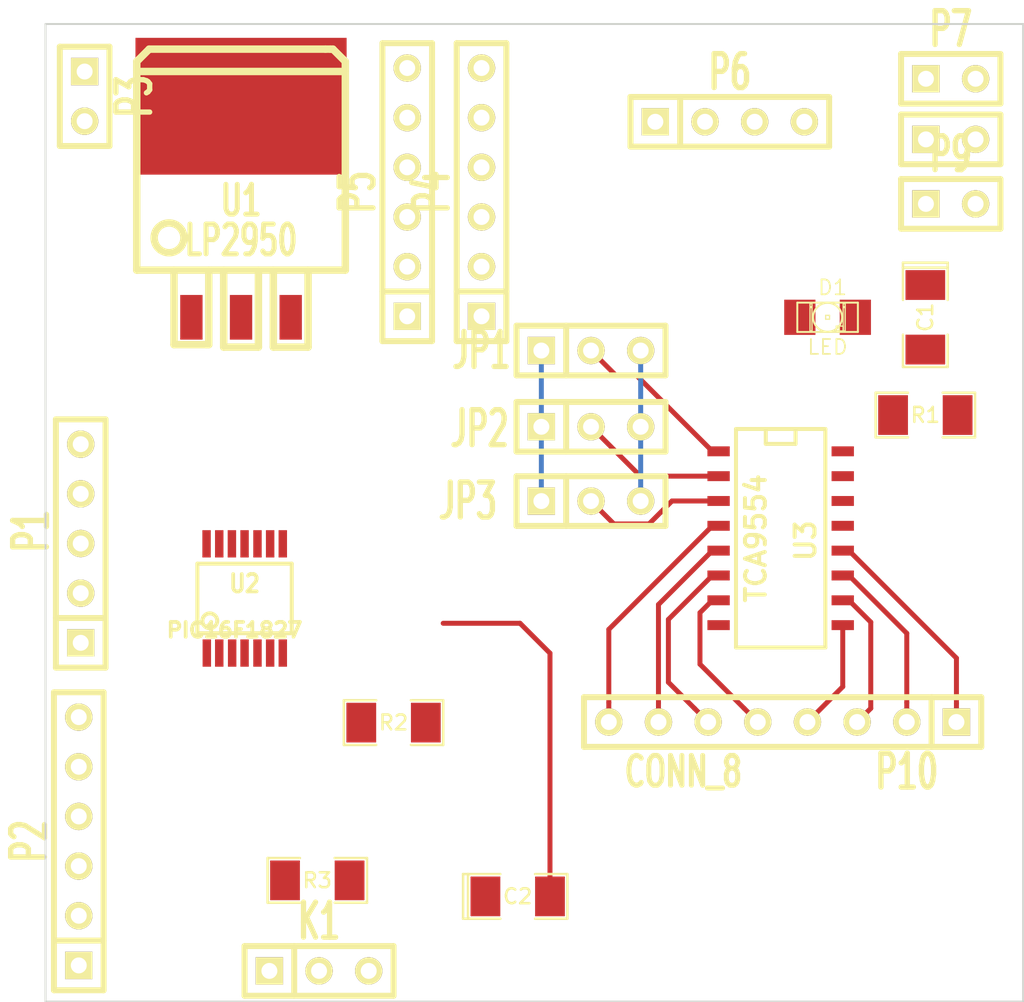
<source format=kicad_pcb>
(kicad_pcb (version 4) (host pcbnew "(2014-08-24 BZR 5094)-product")

  (general
    (links 66)
    (no_connects 58)
    (area 154.254172 88.337982 210.050001 140.106401)
    (thickness 1.6)
    (drawings 4)
    (tracks 54)
    (zones 0)
    (modules 23)
    (nets 31)
  )

  (page A3)
  (layers
    (0 F.Cu signal)
    (31 B.Cu signal)
    (32 B.Adhes user)
    (33 F.Adhes user)
    (34 B.Paste user)
    (35 F.Paste user)
    (36 B.SilkS user)
    (37 F.SilkS user)
    (38 B.Mask user)
    (39 F.Mask user)
    (40 Dwgs.User user)
    (41 Cmts.User user)
    (42 Eco1.User user)
    (43 Eco2.User user)
    (44 Edge.Cuts user)
  )

  (setup
    (last_trace_width 0.254)
    (trace_clearance 0.254)
    (zone_clearance 0.508)
    (zone_45_only no)
    (trace_min 0.254)
    (segment_width 0.2)
    (edge_width 0.1)
    (via_size 0.889)
    (via_drill 0.635)
    (via_min_size 0.889)
    (via_min_drill 0.508)
    (uvia_size 0.508)
    (uvia_drill 0.127)
    (uvias_allowed no)
    (uvia_min_size 0.508)
    (uvia_min_drill 0.127)
    (pcb_text_width 0.3)
    (pcb_text_size 1.5 1.5)
    (mod_edge_width 0.15)
    (mod_text_size 1 1)
    (mod_text_width 0.15)
    (pad_size 1.5 1.5)
    (pad_drill 0.6)
    (pad_to_mask_clearance 0)
    (aux_axis_origin 0 0)
    (visible_elements 7FFFFFBF)
    (pcbplotparams
      (layerselection 0x00030_80000001)
      (usegerberextensions true)
      (excludeedgelayer true)
      (linewidth 0.150000)
      (plotframeref false)
      (viasonmask false)
      (mode 1)
      (useauxorigin false)
      (hpglpennumber 1)
      (hpglpenspeed 20)
      (hpglpendiameter 15)
      (hpglpenoverlay 2)
      (psnegative false)
      (psa4output false)
      (plotreference true)
      (plotvalue true)
      (plotinvisibletext false)
      (padsonsilk false)
      (subtractmaskfromsilk false)
      (outputformat 1)
      (mirror false)
      (drillshape 1)
      (scaleselection 1)
      (outputdirectory ""))
  )

  (net 0 "")
  (net 1 +3.3V)
  (net 2 /A0)
  (net 3 /A1)
  (net 4 /A2)
  (net 5 /BLINK)
  (net 6 /I2C_CLK)
  (net 7 /I2C_DAT)
  (net 8 /MCLR)
  (net 9 /P0)
  (net 10 /P1)
  (net 11 /P2)
  (net 12 /P3)
  (net 13 /P4)
  (net 14 /P5)
  (net 15 /P6)
  (net 16 /P7)
  (net 17 /PGC)
  (net 18 /PGD)
  (net 19 /RA6)
  (net 20 /RA7)
  (net 21 /RXD)
  (net 22 /TXD)
  (net 23 GND)
  (net 24 N-0000010)
  (net 25 N-0000022)
  (net 26 N-0000025)
  (net 27 N-0000030)
  (net 28 N-000004)
  (net 29 N-000005)
  (net 30 VDD)

  (net_class Default "This is the default net class."
    (clearance 0.254)
    (trace_width 0.254)
    (via_dia 0.889)
    (via_drill 0.635)
    (uvia_dia 0.508)
    (uvia_drill 0.127)
    (add_net +3.3V)
    (add_net /A0)
    (add_net /A1)
    (add_net /A2)
    (add_net /BLINK)
    (add_net /I2C_CLK)
    (add_net /I2C_DAT)
    (add_net /MCLR)
    (add_net /P0)
    (add_net /P1)
    (add_net /P2)
    (add_net /P3)
    (add_net /P4)
    (add_net /P5)
    (add_net /P6)
    (add_net /P7)
    (add_net /PGC)
    (add_net /PGD)
    (add_net /RA6)
    (add_net /RA7)
    (add_net /RXD)
    (add_net /TXD)
    (add_net GND)
    (add_net N-0000010)
    (add_net N-0000022)
    (add_net N-0000025)
    (add_net N-0000030)
    (add_net N-000004)
    (add_net N-000005)
    (add_net VDD)
  )

  (module TO263 (layer F.Cu) (tedit 4FBE28C7) (tstamp 5337A4F2)
    (at 170 105)
    (path /52C75FC3)
    (attr smd)
    (fp_text reference U1 (at 0 -5.969) (layer F.SilkS)
      (effects (font (size 1.524 1.016) (thickness 0.254)))
    )
    (fp_text value LP2950 (at 0 -3.937) (layer F.SilkS)
      (effects (font (size 1.524 1.016) (thickness 0.254)))
    )
    (fp_line (start 1.651 -2.413) (end 1.651 1.524) (layer F.SilkS) (width 0.381))
    (fp_line (start 1.651 1.524) (end 3.429 1.524) (layer F.SilkS) (width 0.381))
    (fp_line (start 3.429 1.524) (end 3.429 -2.413) (layer F.SilkS) (width 0.381))
    (fp_line (start -0.889 -2.413) (end -0.889 1.524) (layer F.SilkS) (width 0.381))
    (fp_line (start -0.889 1.524) (end 0.889 1.524) (layer F.SilkS) (width 0.381))
    (fp_line (start 0.889 1.524) (end 0.889 -2.413) (layer F.SilkS) (width 0.381))
    (fp_line (start -3.429 -2.413) (end -3.429 1.397) (layer F.SilkS) (width 0.381))
    (fp_line (start -3.429 1.397) (end -1.778 1.397) (layer F.SilkS) (width 0.381))
    (fp_line (start -1.778 1.397) (end -1.651 1.397) (layer F.SilkS) (width 0.381))
    (fp_line (start -1.651 1.397) (end -1.651 -2.413) (layer F.SilkS) (width 0.381))
    (fp_circle (center -3.683 -4.064) (end -3.683 -3.302) (layer F.SilkS) (width 0.381))
    (fp_line (start -5.334 -2.413) (end -5.334 -13.081) (layer F.SilkS) (width 0.381))
    (fp_line (start -5.334 -13.081) (end -4.699 -13.716) (layer F.SilkS) (width 0.381))
    (fp_line (start -4.699 -13.716) (end 4.318 -13.716) (layer F.SilkS) (width 0.381))
    (fp_line (start 4.318 -13.716) (end 4.572 -13.716) (layer F.SilkS) (width 0.381))
    (fp_line (start 4.572 -13.716) (end 4.699 -13.716) (layer F.SilkS) (width 0.381))
    (fp_line (start 4.699 -13.716) (end 5.334 -13.081) (layer F.SilkS) (width 0.381))
    (fp_line (start 5.334 -13.081) (end 5.334 -2.413) (layer F.SilkS) (width 0.381))
    (fp_line (start -5.334 -2.413) (end 5.334 -2.413) (layer F.SilkS) (width 0.381))
    (fp_line (start 5.334 -12.573) (end -5.334 -12.573) (layer F.SilkS) (width 0.381))
    (pad 1 smd rect (at -2.54 0) (size 1.143 2.286) (layers F.Cu F.Paste F.Mask)
      (net 1 +3.3V))
    (pad 2 smd rect (at 0 -10.795) (size 10.80008 6.9977) (layers F.Cu F.Paste F.Mask)
      (net 23 GND))
    (pad 3 smd rect (at 2.54 0) (size 1.143 2.286) (layers F.Cu F.Paste F.Mask)
      (net 30 VDD))
    (pad 2 smd rect (at 0 0) (size 1.143 2.286) (layers F.Cu F.Paste F.Mask)
      (net 23 GND))
  )

  (module SSOP14 (layer F.Cu) (tedit 53FA1547) (tstamp 5337A509)
    (at 170.18 119.38)
    (path /52C75412)
    (attr smd)
    (fp_text reference U2 (at 0 -0.762) (layer F.SilkS)
      (effects (font (size 0.889 0.762) (thickness 0.1905)))
    )
    (fp_text value PIC16F1827 (at -0.51 1.62) (layer F.SilkS)
      (effects (font (size 0.762 0.762) (thickness 0.1905)))
    )
    (fp_line (start -2.413 -1.778) (end 2.413 -1.778) (layer F.SilkS) (width 0.2032))
    (fp_line (start 2.413 -1.778) (end 2.413 1.778) (layer F.SilkS) (width 0.2032))
    (fp_line (start 2.413 1.778) (end -2.413 1.778) (layer F.SilkS) (width 0.2032))
    (fp_line (start -2.413 1.778) (end -2.413 -1.778) (layer F.SilkS) (width 0.2032))
    (fp_circle (center -1.778 1.143) (end -2.159 1.143) (layer F.SilkS) (width 0.2032))
    (pad 1 smd rect (at -1.9304 2.794) (size 0.4318 1.397) (layers F.Cu F.Paste F.Mask)
      (net 24 N-0000010))
    (pad 2 smd rect (at -1.2954 2.794) (size 0.4318 1.397) (layers F.Cu F.Paste F.Mask)
      (net 25 N-0000022))
    (pad 3 smd rect (at -0.635 2.794) (size 0.4318 1.397) (layers F.Cu F.Paste F.Mask)
      (net 27 N-0000030))
    (pad 4 smd rect (at 0 2.794) (size 0.4318 1.397) (layers F.Cu F.Paste F.Mask)
      (net 8 /MCLR))
    (pad 5 smd rect (at 0.6604 2.794) (size 0.4318 1.397) (layers F.Cu F.Paste F.Mask)
      (net 23 GND))
    (pad 6 smd rect (at 1.3081 2.794) (size 0.4318 1.397) (layers F.Cu F.Paste F.Mask))
    (pad 7 smd rect (at 1.9558 2.794) (size 0.4318 1.397) (layers F.Cu F.Paste F.Mask)
      (net 7 /I2C_DAT))
    (pad 8 smd rect (at 1.9558 -2.794) (size 0.4318 1.397) (layers F.Cu F.Paste F.Mask)
      (net 22 /TXD))
    (pad 9 smd rect (at 1.3081 -2.794) (size 0.4318 1.397) (layers F.Cu F.Paste F.Mask)
      (net 5 /BLINK))
    (pad 10 smd rect (at 0.6604 -2.794) (size 0.4318 1.397) (layers F.Cu F.Paste F.Mask)
      (net 6 /I2C_CLK))
    (pad 11 smd rect (at 0 -2.794) (size 0.4318 1.397) (layers F.Cu F.Paste F.Mask)
      (net 21 /RXD))
    (pad 12 smd rect (at -0.6477 -2.794) (size 0.4318 1.397) (layers F.Cu F.Paste F.Mask)
      (net 17 /PGC))
    (pad 13 smd rect (at -1.2954 -2.794) (size 0.4318 1.397) (layers F.Cu F.Paste F.Mask)
      (net 18 /PGD))
    (pad 14 smd rect (at -1.9431 -2.794) (size 0.4318 1.397) (layers F.Cu F.Paste F.Mask)
      (net 1 +3.3V))
    (model smd/cms_so14.wrl
      (at (xyz 0 0 0))
      (scale (xyz 0.25 0.35 0.25))
      (rotate (xyz 0 0 0))
    )
  )

  (module SO16N (layer F.Cu) (tedit 200000) (tstamp 5337A524)
    (at 197.6 116.3 270)
    (descr "Module CMS SOJ 16 pins large")
    (tags "CMS SOJ")
    (path /53379407)
    (attr smd)
    (fp_text reference U3 (at 0.127 -1.27 270) (layer F.SilkS)
      (effects (font (size 1.016 1.016) (thickness 0.2032)))
    )
    (fp_text value TCA9554 (at 0 1.27 270) (layer F.SilkS)
      (effects (font (size 1.016 1.016) (thickness 0.2032)))
    )
    (fp_line (start -5.588 -0.762) (end -4.826 -0.762) (layer F.SilkS) (width 0.2032))
    (fp_line (start -4.826 -0.762) (end -4.826 0.762) (layer F.SilkS) (width 0.2032))
    (fp_line (start -4.826 0.762) (end -5.588 0.762) (layer F.SilkS) (width 0.2032))
    (fp_line (start 5.588 -2.286) (end 5.588 2.286) (layer F.SilkS) (width 0.2032))
    (fp_line (start 5.588 2.286) (end -5.588 2.286) (layer F.SilkS) (width 0.2032))
    (fp_line (start -5.588 2.286) (end -5.588 -2.286) (layer F.SilkS) (width 0.2032))
    (fp_line (start -5.588 -2.286) (end 5.588 -2.286) (layer F.SilkS) (width 0.2032))
    (pad 16 smd rect (at -4.445 -3.175 270) (size 0.508 1.143) (layers F.Cu F.Paste F.Mask)
      (net 1 +3.3V))
    (pad 14 smd rect (at -1.905 -3.175 270) (size 0.508 1.143) (layers F.Cu F.Paste F.Mask)
      (net 6 /I2C_CLK))
    (pad 13 smd rect (at -0.635 -3.175 270) (size 0.508 1.143) (layers F.Cu F.Paste F.Mask))
    (pad 12 smd rect (at 0.635 -3.175 270) (size 0.508 1.143) (layers F.Cu F.Paste F.Mask)
      (net 16 /P7))
    (pad 11 smd rect (at 1.905 -3.175 270) (size 0.508 1.143) (layers F.Cu F.Paste F.Mask)
      (net 15 /P6))
    (pad 10 smd rect (at 3.175 -3.175 270) (size 0.508 1.143) (layers F.Cu F.Paste F.Mask)
      (net 14 /P5))
    (pad 9 smd rect (at 4.445 -3.175 270) (size 0.508 1.143) (layers F.Cu F.Paste F.Mask)
      (net 13 /P4))
    (pad 8 smd rect (at 4.445 3.175 270) (size 0.508 1.143) (layers F.Cu F.Paste F.Mask)
      (net 23 GND))
    (pad 7 smd rect (at 3.175 3.175 270) (size 0.508 1.143) (layers F.Cu F.Paste F.Mask)
      (net 12 /P3))
    (pad 6 smd rect (at 1.905 3.175 270) (size 0.508 1.143) (layers F.Cu F.Paste F.Mask)
      (net 11 /P2))
    (pad 5 smd rect (at 0.635 3.175 270) (size 0.508 1.143) (layers F.Cu F.Paste F.Mask)
      (net 10 /P1))
    (pad 4 smd rect (at -0.635 3.175 270) (size 0.508 1.143) (layers F.Cu F.Paste F.Mask)
      (net 9 /P0))
    (pad 3 smd rect (at -1.905 3.175 270) (size 0.508 1.143) (layers F.Cu F.Paste F.Mask)
      (net 4 /A2))
    (pad 2 smd rect (at -3.175 3.175 270) (size 0.508 1.143) (layers F.Cu F.Paste F.Mask)
      (net 3 /A1))
    (pad 1 smd rect (at -4.445 3.175 270) (size 0.508 1.143) (layers F.Cu F.Paste F.Mask)
      (net 2 /A0))
    (pad 15 smd rect (at -3.175 -3.175 270) (size 0.508 1.143) (layers F.Cu F.Paste F.Mask)
      (net 7 /I2C_DAT))
    (model smd/cms_so16.wrl
      (at (xyz 0 0 0))
      (scale (xyz 0.5 0.4 0.5))
      (rotate (xyz 0 0 0))
    )
  )

  (module SM1206POL (layer F.Cu) (tedit 42806E4C) (tstamp 5337AAB3)
    (at 205 105 270)
    (path /53379E61)
    (attr smd)
    (fp_text reference C1 (at 0 0 270) (layer F.SilkS)
      (effects (font (size 0.762 0.762) (thickness 0.127)))
    )
    (fp_text value 1uF (at 0 0 270) (layer F.SilkS) hide
      (effects (font (size 0.762 0.762) (thickness 0.127)))
    )
    (fp_line (start -2.54 -1.143) (end -2.794 -1.143) (layer F.SilkS) (width 0.127))
    (fp_line (start -2.794 -1.143) (end -2.794 1.143) (layer F.SilkS) (width 0.127))
    (fp_line (start -2.794 1.143) (end -2.54 1.143) (layer F.SilkS) (width 0.127))
    (fp_line (start -2.54 -1.143) (end -2.54 1.143) (layer F.SilkS) (width 0.127))
    (fp_line (start -2.54 1.143) (end -0.889 1.143) (layer F.SilkS) (width 0.127))
    (fp_line (start 0.889 -1.143) (end 2.54 -1.143) (layer F.SilkS) (width 0.127))
    (fp_line (start 2.54 -1.143) (end 2.54 1.143) (layer F.SilkS) (width 0.127))
    (fp_line (start 2.54 1.143) (end 0.889 1.143) (layer F.SilkS) (width 0.127))
    (fp_line (start -0.889 -1.143) (end -2.54 -1.143) (layer F.SilkS) (width 0.127))
    (pad 1 smd rect (at -1.651 0 270) (size 1.524 2.032) (layers F.Cu F.Paste F.Mask)
      (net 30 VDD))
    (pad 2 smd rect (at 1.651 0 270) (size 1.524 2.032) (layers F.Cu F.Paste F.Mask)
      (net 23 GND))
    (model smd/chip_cms_pol.wrl
      (at (xyz 0 0 0))
      (scale (xyz 0.17 0.16 0.16))
      (rotate (xyz 0 0 0))
    )
  )

  (module SM1206POL (layer F.Cu) (tedit 42806E4C) (tstamp 5337A542)
    (at 184.15 134.62)
    (path /52C76027)
    (attr smd)
    (fp_text reference C2 (at 0 0) (layer F.SilkS)
      (effects (font (size 0.762 0.762) (thickness 0.127)))
    )
    (fp_text value 4.7uF (at 0 0) (layer F.SilkS) hide
      (effects (font (size 0.762 0.762) (thickness 0.127)))
    )
    (fp_line (start -2.54 -1.143) (end -2.794 -1.143) (layer F.SilkS) (width 0.127))
    (fp_line (start -2.794 -1.143) (end -2.794 1.143) (layer F.SilkS) (width 0.127))
    (fp_line (start -2.794 1.143) (end -2.54 1.143) (layer F.SilkS) (width 0.127))
    (fp_line (start -2.54 -1.143) (end -2.54 1.143) (layer F.SilkS) (width 0.127))
    (fp_line (start -2.54 1.143) (end -0.889 1.143) (layer F.SilkS) (width 0.127))
    (fp_line (start 0.889 -1.143) (end 2.54 -1.143) (layer F.SilkS) (width 0.127))
    (fp_line (start 2.54 -1.143) (end 2.54 1.143) (layer F.SilkS) (width 0.127))
    (fp_line (start 2.54 1.143) (end 0.889 1.143) (layer F.SilkS) (width 0.127))
    (fp_line (start -0.889 -1.143) (end -2.54 -1.143) (layer F.SilkS) (width 0.127))
    (pad 1 smd rect (at -1.651 0) (size 1.524 2.032) (layers F.Cu F.Paste F.Mask)
      (net 1 +3.3V))
    (pad 2 smd rect (at 1.651 0) (size 1.524 2.032) (layers F.Cu F.Paste F.Mask)
      (net 23 GND))
    (model smd/chip_cms_pol.wrl
      (at (xyz 0 0 0))
      (scale (xyz 0.17 0.16 0.16))
      (rotate (xyz 0 0 0))
    )
  )

  (module SM1206 (layer F.Cu) (tedit 42806E24) (tstamp 5337A54E)
    (at 205 110)
    (path /52C75A04)
    (attr smd)
    (fp_text reference R1 (at 0 0) (layer F.SilkS)
      (effects (font (size 0.762 0.762) (thickness 0.127)))
    )
    (fp_text value 330 (at 0 0) (layer F.SilkS) hide
      (effects (font (size 0.762 0.762) (thickness 0.127)))
    )
    (fp_line (start -2.54 -1.143) (end -2.54 1.143) (layer F.SilkS) (width 0.127))
    (fp_line (start -2.54 1.143) (end -0.889 1.143) (layer F.SilkS) (width 0.127))
    (fp_line (start 0.889 -1.143) (end 2.54 -1.143) (layer F.SilkS) (width 0.127))
    (fp_line (start 2.54 -1.143) (end 2.54 1.143) (layer F.SilkS) (width 0.127))
    (fp_line (start 2.54 1.143) (end 0.889 1.143) (layer F.SilkS) (width 0.127))
    (fp_line (start -0.889 -1.143) (end -2.54 -1.143) (layer F.SilkS) (width 0.127))
    (pad 1 smd rect (at -1.651 0) (size 1.524 2.032) (layers F.Cu F.Paste F.Mask)
      (net 5 /BLINK))
    (pad 2 smd rect (at 1.651 0) (size 1.524 2.032) (layers F.Cu F.Paste F.Mask)
      (net 26 N-0000025))
    (model smd/chip_cms.wrl
      (at (xyz 0 0 0))
      (scale (xyz 0.17 0.16 0.16))
      (rotate (xyz 0 0 0))
    )
  )

  (module SM1206 (layer F.Cu) (tedit 42806E24) (tstamp 5337A55A)
    (at 177.8 125.73)
    (path /52C757D7)
    (attr smd)
    (fp_text reference R2 (at 0 0) (layer F.SilkS)
      (effects (font (size 0.762 0.762) (thickness 0.127)))
    )
    (fp_text value 4.7K (at 0 0) (layer F.SilkS) hide
      (effects (font (size 0.762 0.762) (thickness 0.127)))
    )
    (fp_line (start -2.54 -1.143) (end -2.54 1.143) (layer F.SilkS) (width 0.127))
    (fp_line (start -2.54 1.143) (end -0.889 1.143) (layer F.SilkS) (width 0.127))
    (fp_line (start 0.889 -1.143) (end 2.54 -1.143) (layer F.SilkS) (width 0.127))
    (fp_line (start 2.54 -1.143) (end 2.54 1.143) (layer F.SilkS) (width 0.127))
    (fp_line (start 2.54 1.143) (end 0.889 1.143) (layer F.SilkS) (width 0.127))
    (fp_line (start -0.889 -1.143) (end -2.54 -1.143) (layer F.SilkS) (width 0.127))
    (pad 1 smd rect (at -1.651 0) (size 1.524 2.032) (layers F.Cu F.Paste F.Mask)
      (net 1 +3.3V))
    (pad 2 smd rect (at 1.651 0) (size 1.524 2.032) (layers F.Cu F.Paste F.Mask)
      (net 6 /I2C_CLK))
    (model smd/chip_cms.wrl
      (at (xyz 0 0 0))
      (scale (xyz 0.17 0.16 0.16))
      (rotate (xyz 0 0 0))
    )
  )

  (module SM1206 (layer F.Cu) (tedit 42806E24) (tstamp 5337A566)
    (at 173.9 133.8)
    (path /52C757E8)
    (attr smd)
    (fp_text reference R3 (at 0 0) (layer F.SilkS)
      (effects (font (size 0.762 0.762) (thickness 0.127)))
    )
    (fp_text value 4.7K (at 0 0) (layer F.SilkS) hide
      (effects (font (size 0.762 0.762) (thickness 0.127)))
    )
    (fp_line (start -2.54 -1.143) (end -2.54 1.143) (layer F.SilkS) (width 0.127))
    (fp_line (start -2.54 1.143) (end -0.889 1.143) (layer F.SilkS) (width 0.127))
    (fp_line (start 0.889 -1.143) (end 2.54 -1.143) (layer F.SilkS) (width 0.127))
    (fp_line (start 2.54 -1.143) (end 2.54 1.143) (layer F.SilkS) (width 0.127))
    (fp_line (start 2.54 1.143) (end 0.889 1.143) (layer F.SilkS) (width 0.127))
    (fp_line (start -0.889 -1.143) (end -2.54 -1.143) (layer F.SilkS) (width 0.127))
    (pad 1 smd rect (at -1.651 0) (size 1.524 2.032) (layers F.Cu F.Paste F.Mask)
      (net 1 +3.3V))
    (pad 2 smd rect (at 1.651 0) (size 1.524 2.032) (layers F.Cu F.Paste F.Mask)
      (net 7 /I2C_DAT))
    (model smd/chip_cms.wrl
      (at (xyz 0 0 0))
      (scale (xyz 0.17 0.16 0.16))
      (rotate (xyz 0 0 0))
    )
  )

  (module SIL-8 (layer F.Cu) (tedit 200000) (tstamp 5337A577)
    (at 197.7 125.7 180)
    (descr "Connecteur 8 pins")
    (tags "CONN DEV")
    (path /53379C0B)
    (fp_text reference P10 (at -6.35 -2.54 180) (layer F.SilkS)
      (effects (font (size 1.72974 1.08712) (thickness 0.3048)))
    )
    (fp_text value CONN_8 (at 5.08 -2.54 180) (layer F.SilkS)
      (effects (font (size 1.524 1.016) (thickness 0.3048)))
    )
    (fp_line (start -10.16 -1.27) (end 10.16 -1.27) (layer F.SilkS) (width 0.3048))
    (fp_line (start 10.16 -1.27) (end 10.16 1.27) (layer F.SilkS) (width 0.3048))
    (fp_line (start 10.16 1.27) (end -10.16 1.27) (layer F.SilkS) (width 0.3048))
    (fp_line (start -10.16 1.27) (end -10.16 -1.27) (layer F.SilkS) (width 0.3048))
    (fp_line (start -7.62 1.27) (end -7.62 -1.27) (layer F.SilkS) (width 0.3048))
    (pad 1 thru_hole rect (at -8.89 0 180) (size 1.397 1.397) (drill 0.8128) (layers *.Cu *.Mask F.SilkS)
      (net 16 /P7))
    (pad 2 thru_hole circle (at -6.35 0 180) (size 1.397 1.397) (drill 0.8128) (layers *.Cu *.Mask F.SilkS)
      (net 15 /P6))
    (pad 3 thru_hole circle (at -3.81 0 180) (size 1.397 1.397) (drill 0.8128) (layers *.Cu *.Mask F.SilkS)
      (net 14 /P5))
    (pad 4 thru_hole circle (at -1.27 0 180) (size 1.397 1.397) (drill 0.8128) (layers *.Cu *.Mask F.SilkS)
      (net 13 /P4))
    (pad 5 thru_hole circle (at 1.27 0 180) (size 1.397 1.397) (drill 0.8128) (layers *.Cu *.Mask F.SilkS)
      (net 12 /P3))
    (pad 6 thru_hole circle (at 3.81 0 180) (size 1.397 1.397) (drill 0.8128) (layers *.Cu *.Mask F.SilkS)
      (net 11 /P2))
    (pad 7 thru_hole circle (at 6.35 0 180) (size 1.397 1.397) (drill 0.8128) (layers *.Cu *.Mask F.SilkS)
      (net 10 /P1))
    (pad 8 thru_hole circle (at 8.89 0 180) (size 1.397 1.397) (drill 0.8128) (layers *.Cu *.Mask F.SilkS)
      (net 9 /P0))
  )

  (module SIL-6 (layer F.Cu) (tedit 200000) (tstamp 5337A586)
    (at 182.3 98.6 90)
    (descr "Connecteur 6 pins")
    (tags "CONN DEV")
    (path /52C777FC)
    (fp_text reference P4 (at 0 -2.54 90) (layer F.SilkS)
      (effects (font (size 1.72974 1.08712) (thickness 0.3048)))
    )
    (fp_text value CONN_6 (at 0 -2.54 90) (layer F.SilkS) hide
      (effects (font (size 1.524 1.016) (thickness 0.3048)))
    )
    (fp_line (start -7.62 1.27) (end -7.62 -1.27) (layer F.SilkS) (width 0.3048))
    (fp_line (start -7.62 -1.27) (end 7.62 -1.27) (layer F.SilkS) (width 0.3048))
    (fp_line (start 7.62 -1.27) (end 7.62 1.27) (layer F.SilkS) (width 0.3048))
    (fp_line (start 7.62 1.27) (end -7.62 1.27) (layer F.SilkS) (width 0.3048))
    (fp_line (start -5.08 1.27) (end -5.08 -1.27) (layer F.SilkS) (width 0.3048))
    (pad 1 thru_hole rect (at -6.35 0 90) (size 1.397 1.397) (drill 0.8128) (layers *.Cu *.Mask F.SilkS)
      (net 1 +3.3V))
    (pad 2 thru_hole circle (at -3.81 0 90) (size 1.397 1.397) (drill 0.8128) (layers *.Cu *.Mask F.SilkS)
      (net 1 +3.3V))
    (pad 3 thru_hole circle (at -1.27 0 90) (size 1.397 1.397) (drill 0.8128) (layers *.Cu *.Mask F.SilkS)
      (net 1 +3.3V))
    (pad 4 thru_hole circle (at 1.27 0 90) (size 1.397 1.397) (drill 0.8128) (layers *.Cu *.Mask F.SilkS)
      (net 1 +3.3V))
    (pad 5 thru_hole circle (at 3.81 0 90) (size 1.397 1.397) (drill 0.8128) (layers *.Cu *.Mask F.SilkS)
      (net 1 +3.3V))
    (pad 6 thru_hole circle (at 6.35 0 90) (size 1.397 1.397) (drill 0.8128) (layers *.Cu *.Mask F.SilkS)
      (net 1 +3.3V))
  )

  (module SIL-6 (layer F.Cu) (tedit 200000) (tstamp 5337A595)
    (at 178.5 98.6 90)
    (descr "Connecteur 6 pins")
    (tags "CONN DEV")
    (path /52C7780B)
    (fp_text reference P5 (at 0 -2.54 90) (layer F.SilkS)
      (effects (font (size 1.72974 1.08712) (thickness 0.3048)))
    )
    (fp_text value CONN_6 (at 0 -2.54 90) (layer F.SilkS) hide
      (effects (font (size 1.524 1.016) (thickness 0.3048)))
    )
    (fp_line (start -7.62 1.27) (end -7.62 -1.27) (layer F.SilkS) (width 0.3048))
    (fp_line (start -7.62 -1.27) (end 7.62 -1.27) (layer F.SilkS) (width 0.3048))
    (fp_line (start 7.62 -1.27) (end 7.62 1.27) (layer F.SilkS) (width 0.3048))
    (fp_line (start 7.62 1.27) (end -7.62 1.27) (layer F.SilkS) (width 0.3048))
    (fp_line (start -5.08 1.27) (end -5.08 -1.27) (layer F.SilkS) (width 0.3048))
    (pad 1 thru_hole rect (at -6.35 0 90) (size 1.397 1.397) (drill 0.8128) (layers *.Cu *.Mask F.SilkS)
      (net 23 GND))
    (pad 2 thru_hole circle (at -3.81 0 90) (size 1.397 1.397) (drill 0.8128) (layers *.Cu *.Mask F.SilkS)
      (net 23 GND))
    (pad 3 thru_hole circle (at -1.27 0 90) (size 1.397 1.397) (drill 0.8128) (layers *.Cu *.Mask F.SilkS)
      (net 23 GND))
    (pad 4 thru_hole circle (at 1.27 0 90) (size 1.397 1.397) (drill 0.8128) (layers *.Cu *.Mask F.SilkS)
      (net 23 GND))
    (pad 5 thru_hole circle (at 3.81 0 90) (size 1.397 1.397) (drill 0.8128) (layers *.Cu *.Mask F.SilkS)
      (net 23 GND))
    (pad 6 thru_hole circle (at 6.35 0 90) (size 1.397 1.397) (drill 0.8128) (layers *.Cu *.Mask F.SilkS)
      (net 23 GND))
  )

  (module SIL-6 (layer F.Cu) (tedit 200000) (tstamp 5337A5A4)
    (at 161.7 131.8 90)
    (descr "Connecteur 6 pins")
    (tags "CONN DEV")
    (path /52C75975)
    (fp_text reference P2 (at 0 -2.54 90) (layer F.SilkS)
      (effects (font (size 1.72974 1.08712) (thickness 0.3048)))
    )
    (fp_text value "FTDI SERIAL" (at 0 -2.54 90) (layer F.SilkS) hide
      (effects (font (size 1.524 1.016) (thickness 0.3048)))
    )
    (fp_line (start -7.62 1.27) (end -7.62 -1.27) (layer F.SilkS) (width 0.3048))
    (fp_line (start -7.62 -1.27) (end 7.62 -1.27) (layer F.SilkS) (width 0.3048))
    (fp_line (start 7.62 -1.27) (end 7.62 1.27) (layer F.SilkS) (width 0.3048))
    (fp_line (start 7.62 1.27) (end -7.62 1.27) (layer F.SilkS) (width 0.3048))
    (fp_line (start -5.08 1.27) (end -5.08 -1.27) (layer F.SilkS) (width 0.3048))
    (pad 1 thru_hole rect (at -6.35 0 90) (size 1.397 1.397) (drill 0.8128) (layers *.Cu *.Mask F.SilkS)
      (net 23 GND))
    (pad 2 thru_hole circle (at -3.81 0 90) (size 1.397 1.397) (drill 0.8128) (layers *.Cu *.Mask F.SilkS))
    (pad 3 thru_hole circle (at -1.27 0 90) (size 1.397 1.397) (drill 0.8128) (layers *.Cu *.Mask F.SilkS)
      (net 30 VDD))
    (pad 4 thru_hole circle (at 1.27 0 90) (size 1.397 1.397) (drill 0.8128) (layers *.Cu *.Mask F.SilkS)
      (net 22 /TXD))
    (pad 5 thru_hole circle (at 3.81 0 90) (size 1.397 1.397) (drill 0.8128) (layers *.Cu *.Mask F.SilkS)
      (net 21 /RXD))
    (pad 6 thru_hole circle (at 6.35 0 90) (size 1.397 1.397) (drill 0.8128) (layers *.Cu *.Mask F.SilkS))
  )

  (module SIL-5 (layer F.Cu) (tedit 200000) (tstamp 5337A5B2)
    (at 161.8 115.3 90)
    (descr "Connecteur 5 pins")
    (tags "CONN DEV")
    (path /52C7611E)
    (fp_text reference P1 (at -0.635 -2.54 90) (layer F.SilkS)
      (effects (font (size 1.72974 1.08712) (thickness 0.3048)))
    )
    (fp_text value PICKIT2 (at 0 -2.54 90) (layer F.SilkS) hide
      (effects (font (size 1.524 1.016) (thickness 0.3048)))
    )
    (fp_line (start -7.62 1.27) (end -7.62 -1.27) (layer F.SilkS) (width 0.3048))
    (fp_line (start -7.62 -1.27) (end 5.08 -1.27) (layer F.SilkS) (width 0.3048))
    (fp_line (start 5.08 -1.27) (end 5.08 1.27) (layer F.SilkS) (width 0.3048))
    (fp_line (start 5.08 1.27) (end -7.62 1.27) (layer F.SilkS) (width 0.3048))
    (fp_line (start -5.08 1.27) (end -5.08 -1.27) (layer F.SilkS) (width 0.3048))
    (pad 1 thru_hole rect (at -6.35 0 90) (size 1.397 1.397) (drill 0.8128) (layers *.Cu *.Mask F.SilkS)
      (net 17 /PGC))
    (pad 2 thru_hole circle (at -3.81 0 90) (size 1.397 1.397) (drill 0.8128) (layers *.Cu *.Mask F.SilkS)
      (net 18 /PGD))
    (pad 3 thru_hole circle (at -1.27 0 90) (size 1.397 1.397) (drill 0.8128) (layers *.Cu *.Mask F.SilkS)
      (net 23 GND))
    (pad 4 thru_hole circle (at 1.27 0 90) (size 1.397 1.397) (drill 0.8128) (layers *.Cu *.Mask F.SilkS)
      (net 30 VDD))
    (pad 5 thru_hole circle (at 3.81 0 90) (size 1.397 1.397) (drill 0.8128) (layers *.Cu *.Mask F.SilkS)
      (net 8 /MCLR))
  )

  (module SIL-4 (layer F.Cu) (tedit 200000) (tstamp 5337A5C1)
    (at 195 95)
    (descr "Connecteur 4 pibs")
    (tags "CONN DEV")
    (path /52C77B6B)
    (fp_text reference P6 (at 0 -2.54) (layer F.SilkS)
      (effects (font (size 1.73482 1.08712) (thickness 0.3048)))
    )
    (fp_text value CONN_4 (at 0 -2.54) (layer F.SilkS) hide
      (effects (font (size 1.524 1.016) (thickness 0.3048)))
    )
    (fp_line (start -5.08 -1.27) (end -5.08 -1.27) (layer F.SilkS) (width 0.3048))
    (fp_line (start -5.08 1.27) (end -5.08 -1.27) (layer F.SilkS) (width 0.3048))
    (fp_line (start -5.08 -1.27) (end -5.08 -1.27) (layer F.SilkS) (width 0.3048))
    (fp_line (start -5.08 -1.27) (end 5.08 -1.27) (layer F.SilkS) (width 0.3048))
    (fp_line (start 5.08 -1.27) (end 5.08 1.27) (layer F.SilkS) (width 0.3048))
    (fp_line (start 5.08 1.27) (end -5.08 1.27) (layer F.SilkS) (width 0.3048))
    (fp_line (start -2.54 1.27) (end -2.54 -1.27) (layer F.SilkS) (width 0.3048))
    (pad 1 thru_hole rect (at -3.81 0) (size 1.397 1.397) (drill 0.8128) (layers *.Cu *.Mask F.SilkS)
      (net 29 N-000005))
    (pad 2 thru_hole circle (at -1.27 0) (size 1.397 1.397) (drill 0.8128) (layers *.Cu *.Mask F.SilkS)
      (net 28 N-000004))
    (pad 3 thru_hole circle (at 1.27 0) (size 1.397 1.397) (drill 0.8128) (layers *.Cu *.Mask F.SilkS)
      (net 20 /RA7))
    (pad 4 thru_hole circle (at 3.81 0) (size 1.397 1.397) (drill 0.8128) (layers *.Cu *.Mask F.SilkS)
      (net 19 /RA6))
  )

  (module SIL-3 (layer F.Cu) (tedit 200000) (tstamp 5337A5CD)
    (at 173.99 138.43)
    (descr "Connecteur 3 pins")
    (tags "CONN DEV")
    (path /52C77658)
    (fp_text reference K1 (at 0 -2.54) (layer F.SilkS)
      (effects (font (size 1.7907 1.07696) (thickness 0.3048)))
    )
    (fp_text value POTS (at 0 -2.54) (layer F.SilkS) hide
      (effects (font (size 1.524 1.016) (thickness 0.3048)))
    )
    (fp_line (start -3.81 1.27) (end -3.81 -1.27) (layer F.SilkS) (width 0.3048))
    (fp_line (start -3.81 -1.27) (end 3.81 -1.27) (layer F.SilkS) (width 0.3048))
    (fp_line (start 3.81 -1.27) (end 3.81 1.27) (layer F.SilkS) (width 0.3048))
    (fp_line (start 3.81 1.27) (end -3.81 1.27) (layer F.SilkS) (width 0.3048))
    (fp_line (start -1.27 -1.27) (end -1.27 1.27) (layer F.SilkS) (width 0.3048))
    (pad 1 thru_hole rect (at -2.54 0) (size 1.397 1.397) (drill 0.8128) (layers *.Cu *.Mask F.SilkS)
      (net 27 N-0000030))
    (pad 2 thru_hole circle (at 0 0) (size 1.397 1.397) (drill 0.8128) (layers *.Cu *.Mask F.SilkS)
      (net 25 N-0000022))
    (pad 3 thru_hole circle (at 2.54 0) (size 1.397 1.397) (drill 0.8128) (layers *.Cu *.Mask F.SilkS)
      (net 24 N-0000010))
  )

  (module SIL-2 (layer F.Cu) (tedit 200000) (tstamp 5337A5D7)
    (at 162 93.7 270)
    (descr "Connecteurs 2 pins")
    (tags "CONN DEV")
    (path /52C775DE)
    (fp_text reference P3 (at 0 -2.54 270) (layer F.SilkS)
      (effects (font (size 1.72974 1.08712) (thickness 0.3048)))
    )
    (fp_text value CONN_2 (at 0 -2.54 270) (layer F.SilkS) hide
      (effects (font (size 1.524 1.016) (thickness 0.3048)))
    )
    (fp_line (start -2.54 1.27) (end -2.54 -1.27) (layer F.SilkS) (width 0.3048))
    (fp_line (start -2.54 -1.27) (end 2.54 -1.27) (layer F.SilkS) (width 0.3048))
    (fp_line (start 2.54 -1.27) (end 2.54 1.27) (layer F.SilkS) (width 0.3048))
    (fp_line (start 2.54 1.27) (end -2.54 1.27) (layer F.SilkS) (width 0.3048))
    (pad 1 thru_hole rect (at -1.27 0 270) (size 1.397 1.397) (drill 0.8128) (layers *.Cu *.Mask F.SilkS)
      (net 23 GND))
    (pad 2 thru_hole circle (at 1.27 0 270) (size 1.397 1.397) (drill 0.8128) (layers *.Cu *.Mask F.SilkS)
      (net 30 VDD))
  )

  (module SIL-2 (layer F.Cu) (tedit 200000) (tstamp 5337A5E1)
    (at 206.3 99.2)
    (descr "Connecteurs 2 pins")
    (tags "CONN DEV")
    (path /52C75587)
    (fp_text reference P9 (at 0 -2.54) (layer F.SilkS)
      (effects (font (size 1.72974 1.08712) (thickness 0.3048)))
    )
    (fp_text value CONN_2 (at 0 -2.54) (layer F.SilkS) hide
      (effects (font (size 1.524 1.016) (thickness 0.3048)))
    )
    (fp_line (start -2.54 1.27) (end -2.54 -1.27) (layer F.SilkS) (width 0.3048))
    (fp_line (start -2.54 -1.27) (end 2.54 -1.27) (layer F.SilkS) (width 0.3048))
    (fp_line (start 2.54 -1.27) (end 2.54 1.27) (layer F.SilkS) (width 0.3048))
    (fp_line (start 2.54 1.27) (end -2.54 1.27) (layer F.SilkS) (width 0.3048))
    (pad 1 thru_hole rect (at -1.27 0) (size 1.397 1.397) (drill 0.8128) (layers *.Cu *.Mask F.SilkS)
      (net 6 /I2C_CLK))
    (pad 2 thru_hole circle (at 1.27 0) (size 1.397 1.397) (drill 0.8128) (layers *.Cu *.Mask F.SilkS)
      (net 7 /I2C_DAT))
  )

  (module SIL-2 (layer F.Cu) (tedit 53384FE3) (tstamp 5337A5EB)
    (at 206.3 95.9)
    (descr "Connecteurs 2 pins")
    (tags "CONN DEV")
    (path /52C75576)
    (fp_text reference P8 (at 0 -2.54) (layer F.SilkS) hide
      (effects (font (size 1.72974 1.08712) (thickness 0.27178)))
    )
    (fp_text value CONN_2 (at 0 -2.54) (layer F.SilkS) hide
      (effects (font (size 1.524 1.016) (thickness 0.3048)))
    )
    (fp_line (start -2.54 1.27) (end -2.54 -1.27) (layer F.SilkS) (width 0.3048))
    (fp_line (start -2.54 -1.27) (end 2.54 -1.27) (layer F.SilkS) (width 0.3048))
    (fp_line (start 2.54 -1.27) (end 2.54 1.27) (layer F.SilkS) (width 0.3048))
    (fp_line (start 2.54 1.27) (end -2.54 1.27) (layer F.SilkS) (width 0.3048))
    (pad 1 thru_hole rect (at -1.27 0) (size 1.397 1.397) (drill 0.8128) (layers *.Cu *.Mask F.SilkS)
      (net 6 /I2C_CLK))
    (pad 2 thru_hole circle (at 1.27 0) (size 1.397 1.397) (drill 0.8128) (layers *.Cu *.Mask F.SilkS)
      (net 7 /I2C_DAT))
  )

  (module SIL-2 (layer F.Cu) (tedit 200000) (tstamp 5337A5F5)
    (at 206.3 92.8)
    (descr "Connecteurs 2 pins")
    (tags "CONN DEV")
    (path /52C75567)
    (fp_text reference P7 (at 0 -2.54) (layer F.SilkS)
      (effects (font (size 1.72974 1.08712) (thickness 0.3048)))
    )
    (fp_text value CONN_2 (at 0 -2.54) (layer F.SilkS) hide
      (effects (font (size 1.524 1.016) (thickness 0.3048)))
    )
    (fp_line (start -2.54 1.27) (end -2.54 -1.27) (layer F.SilkS) (width 0.3048))
    (fp_line (start -2.54 -1.27) (end 2.54 -1.27) (layer F.SilkS) (width 0.3048))
    (fp_line (start 2.54 -1.27) (end 2.54 1.27) (layer F.SilkS) (width 0.3048))
    (fp_line (start 2.54 1.27) (end -2.54 1.27) (layer F.SilkS) (width 0.3048))
    (pad 1 thru_hole rect (at -1.27 0) (size 1.397 1.397) (drill 0.8128) (layers *.Cu *.Mask F.SilkS))
    (pad 2 thru_hole circle (at 1.27 0) (size 1.397 1.397) (drill 0.8128) (layers *.Cu *.Mask F.SilkS)
      (net 7 /I2C_DAT))
  )

  (module LED-1206 (layer F.Cu) (tedit 49BFA1FF) (tstamp 5337A61F)
    (at 200 105)
    (descr "LED 1206 smd package")
    (tags "LED1206 SMD")
    (path /52C759C3)
    (attr smd)
    (fp_text reference D1 (at 0.254 -1.524) (layer F.SilkS)
      (effects (font (size 0.762 0.762) (thickness 0.0889)))
    )
    (fp_text value LED (at 0 1.524) (layer F.SilkS)
      (effects (font (size 0.762 0.762) (thickness 0.0889)))
    )
    (fp_line (start -0.09906 0.09906) (end 0.09906 0.09906) (layer F.SilkS) (width 0.06604))
    (fp_line (start 0.09906 0.09906) (end 0.09906 -0.09906) (layer F.SilkS) (width 0.06604))
    (fp_line (start -0.09906 -0.09906) (end 0.09906 -0.09906) (layer F.SilkS) (width 0.06604))
    (fp_line (start -0.09906 0.09906) (end -0.09906 -0.09906) (layer F.SilkS) (width 0.06604))
    (fp_line (start 0.44958 0.6985) (end 0.79756 0.6985) (layer F.SilkS) (width 0.06604))
    (fp_line (start 0.79756 0.6985) (end 0.79756 0.44958) (layer F.SilkS) (width 0.06604))
    (fp_line (start 0.44958 0.44958) (end 0.79756 0.44958) (layer F.SilkS) (width 0.06604))
    (fp_line (start 0.44958 0.6985) (end 0.44958 0.44958) (layer F.SilkS) (width 0.06604))
    (fp_line (start 0.79756 0.6985) (end 0.89916 0.6985) (layer F.SilkS) (width 0.06604))
    (fp_line (start 0.89916 0.6985) (end 0.89916 -0.49784) (layer F.SilkS) (width 0.06604))
    (fp_line (start 0.79756 -0.49784) (end 0.89916 -0.49784) (layer F.SilkS) (width 0.06604))
    (fp_line (start 0.79756 0.6985) (end 0.79756 -0.49784) (layer F.SilkS) (width 0.06604))
    (fp_line (start 0.79756 -0.54864) (end 0.89916 -0.54864) (layer F.SilkS) (width 0.06604))
    (fp_line (start 0.89916 -0.54864) (end 0.89916 -0.6985) (layer F.SilkS) (width 0.06604))
    (fp_line (start 0.79756 -0.6985) (end 0.89916 -0.6985) (layer F.SilkS) (width 0.06604))
    (fp_line (start 0.79756 -0.54864) (end 0.79756 -0.6985) (layer F.SilkS) (width 0.06604))
    (fp_line (start -0.89916 0.6985) (end -0.79756 0.6985) (layer F.SilkS) (width 0.06604))
    (fp_line (start -0.79756 0.6985) (end -0.79756 -0.49784) (layer F.SilkS) (width 0.06604))
    (fp_line (start -0.89916 -0.49784) (end -0.79756 -0.49784) (layer F.SilkS) (width 0.06604))
    (fp_line (start -0.89916 0.6985) (end -0.89916 -0.49784) (layer F.SilkS) (width 0.06604))
    (fp_line (start -0.89916 -0.54864) (end -0.79756 -0.54864) (layer F.SilkS) (width 0.06604))
    (fp_line (start -0.79756 -0.54864) (end -0.79756 -0.6985) (layer F.SilkS) (width 0.06604))
    (fp_line (start -0.89916 -0.6985) (end -0.79756 -0.6985) (layer F.SilkS) (width 0.06604))
    (fp_line (start -0.89916 -0.54864) (end -0.89916 -0.6985) (layer F.SilkS) (width 0.06604))
    (fp_line (start 0.44958 0.6985) (end 0.59944 0.6985) (layer F.SilkS) (width 0.06604))
    (fp_line (start 0.59944 0.6985) (end 0.59944 0.44958) (layer F.SilkS) (width 0.06604))
    (fp_line (start 0.44958 0.44958) (end 0.59944 0.44958) (layer F.SilkS) (width 0.06604))
    (fp_line (start 0.44958 0.6985) (end 0.44958 0.44958) (layer F.SilkS) (width 0.06604))
    (fp_line (start 1.5494 0.7493) (end -1.5494 0.7493) (layer F.SilkS) (width 0.1016))
    (fp_line (start -1.5494 0.7493) (end -1.5494 -0.7493) (layer F.SilkS) (width 0.1016))
    (fp_line (start -1.5494 -0.7493) (end 1.5494 -0.7493) (layer F.SilkS) (width 0.1016))
    (fp_line (start 1.5494 -0.7493) (end 1.5494 0.7493) (layer F.SilkS) (width 0.1016))
    (fp_arc (start 0 0) (end 0.54864 0.49784) (angle 95.4) (layer F.SilkS) (width 0.1016))
    (fp_arc (start 0 0) (end -0.54864 0.49784) (angle 84.5) (layer F.SilkS) (width 0.1016))
    (fp_arc (start 0 0) (end -0.54864 -0.49784) (angle 95.4) (layer F.SilkS) (width 0.1016))
    (fp_arc (start 0 0) (end 0.54864 -0.49784) (angle 84.5) (layer F.SilkS) (width 0.1016))
    (pad 1 smd rect (at -1.41986 0) (size 1.59766 1.80086) (layers F.Cu F.Paste F.Mask)
      (net 26 N-0000025))
    (pad 2 smd rect (at 1.41986 0) (size 1.59766 1.80086) (layers F.Cu F.Paste F.Mask)
      (net 23 GND))
  )

  (module SIL-3 (layer F.Cu) (tedit 5337A86B) (tstamp 5337A62A)
    (at 187.9 114.4)
    (descr "Connecteur 3 pins")
    (tags "CONN DEV")
    (path /5337944F)
    (fp_text reference JP3 (at -6.3 0) (layer F.SilkS)
      (effects (font (size 1.7907 1.07696) (thickness 0.3048)))
    )
    (fp_text value JUMPER3 (at 0 -2.54) (layer F.SilkS) hide
      (effects (font (size 1.524 1.016) (thickness 0.3048)))
    )
    (fp_line (start -3.81 1.27) (end -3.81 -1.27) (layer F.SilkS) (width 0.3048))
    (fp_line (start -3.81 -1.27) (end 3.81 -1.27) (layer F.SilkS) (width 0.3048))
    (fp_line (start 3.81 -1.27) (end 3.81 1.27) (layer F.SilkS) (width 0.3048))
    (fp_line (start 3.81 1.27) (end -3.81 1.27) (layer F.SilkS) (width 0.3048))
    (fp_line (start -1.27 -1.27) (end -1.27 1.27) (layer F.SilkS) (width 0.3048))
    (pad 1 thru_hole rect (at -2.54 0) (size 1.397 1.397) (drill 0.8128) (layers *.Cu *.Mask F.SilkS)
      (net 23 GND))
    (pad 2 thru_hole circle (at 0 0) (size 1.397 1.397) (drill 0.8128) (layers *.Cu *.Mask F.SilkS)
      (net 4 /A2))
    (pad 3 thru_hole circle (at 2.54 0) (size 1.397 1.397) (drill 0.8128) (layers *.Cu *.Mask F.SilkS)
      (net 1 +3.3V))
  )

  (module SIL-3 (layer F.Cu) (tedit 5337A872) (tstamp 5337A635)
    (at 187.9 110.6)
    (descr "Connecteur 3 pins")
    (tags "CONN DEV")
    (path /5337945F)
    (fp_text reference JP2 (at -5.7 0.1) (layer F.SilkS)
      (effects (font (size 1.7907 1.07696) (thickness 0.3048)))
    )
    (fp_text value JUMPER3 (at 0 -2.54) (layer F.SilkS) hide
      (effects (font (size 1.524 1.016) (thickness 0.3048)))
    )
    (fp_line (start -3.81 1.27) (end -3.81 -1.27) (layer F.SilkS) (width 0.3048))
    (fp_line (start -3.81 -1.27) (end 3.81 -1.27) (layer F.SilkS) (width 0.3048))
    (fp_line (start 3.81 -1.27) (end 3.81 1.27) (layer F.SilkS) (width 0.3048))
    (fp_line (start 3.81 1.27) (end -3.81 1.27) (layer F.SilkS) (width 0.3048))
    (fp_line (start -1.27 -1.27) (end -1.27 1.27) (layer F.SilkS) (width 0.3048))
    (pad 1 thru_hole rect (at -2.54 0) (size 1.397 1.397) (drill 0.8128) (layers *.Cu *.Mask F.SilkS)
      (net 23 GND))
    (pad 2 thru_hole circle (at 0 0) (size 1.397 1.397) (drill 0.8128) (layers *.Cu *.Mask F.SilkS)
      (net 3 /A1))
    (pad 3 thru_hole circle (at 2.54 0) (size 1.397 1.397) (drill 0.8128) (layers *.Cu *.Mask F.SilkS)
      (net 1 +3.3V))
  )

  (module SIL-3 (layer F.Cu) (tedit 5337A877) (tstamp 5337A640)
    (at 187.9 106.7)
    (descr "Connecteur 3 pins")
    (tags "CONN DEV")
    (path /5337946E)
    (fp_text reference JP1 (at -5.6 0) (layer F.SilkS)
      (effects (font (size 1.7907 1.07696) (thickness 0.3048)))
    )
    (fp_text value JUMPER3 (at 0 -2.54) (layer F.SilkS) hide
      (effects (font (size 1.524 1.016) (thickness 0.3048)))
    )
    (fp_line (start -3.81 1.27) (end -3.81 -1.27) (layer F.SilkS) (width 0.3048))
    (fp_line (start -3.81 -1.27) (end 3.81 -1.27) (layer F.SilkS) (width 0.3048))
    (fp_line (start 3.81 -1.27) (end 3.81 1.27) (layer F.SilkS) (width 0.3048))
    (fp_line (start 3.81 1.27) (end -3.81 1.27) (layer F.SilkS) (width 0.3048))
    (fp_line (start -1.27 -1.27) (end -1.27 1.27) (layer F.SilkS) (width 0.3048))
    (pad 1 thru_hole rect (at -2.54 0) (size 1.397 1.397) (drill 0.8128) (layers *.Cu *.Mask F.SilkS)
      (net 23 GND))
    (pad 2 thru_hole circle (at 0 0) (size 1.397 1.397) (drill 0.8128) (layers *.Cu *.Mask F.SilkS)
      (net 2 /A0))
    (pad 3 thru_hole circle (at 2.54 0) (size 1.397 1.397) (drill 0.8128) (layers *.Cu *.Mask F.SilkS)
      (net 1 +3.3V))
  )

  (gr_line (start 160 140) (end 160 90) (angle 90) (layer Edge.Cuts) (width 0.1))
  (gr_line (start 210 140) (end 160 140) (angle 90) (layer Edge.Cuts) (width 0.1))
  (gr_line (start 210 90) (end 210 140) (angle 90) (layer Edge.Cuts) (width 0.1))
  (gr_line (start 160 90) (end 210 90) (angle 90) (layer Edge.Cuts) (width 0.1))

  (segment (start 190.44 110.6) (end 190.44 114.4) (width 0.254) (layer B.Cu) (net 1) (tstamp 5337A8B3))
  (segment (start 190.44 106.7) (end 190.44 110.6) (width 0.254) (layer B.Cu) (net 1))
  (segment (start 190.2025 107.95) (end 189.15 107.95) (width 0.254) (layer F.Cu) (net 2))
  (segment (start 189.15 107.95) (end 187.9 106.7) (width 0.254) (layer F.Cu) (net 2))
  (segment (start 194.425 111.855) (end 194.1075 111.855) (width 0.254) (layer F.Cu) (net 2))
  (segment (start 194.1075 111.855) (end 190.2025 107.95) (width 0.254) (layer F.Cu) (net 2))
  (segment (start 194.425 113.125) (end 190.425 113.125) (width 0.254) (layer F.Cu) (net 3))
  (segment (start 190.425 113.125) (end 187.9 110.6) (width 0.254) (layer F.Cu) (net 3))
  (segment (start 190.867662 115.57) (end 189.07 115.57) (width 0.254) (layer F.Cu) (net 4))
  (segment (start 189.07 115.57) (end 187.9 114.4) (width 0.254) (layer F.Cu) (net 4))
  (segment (start 194.425 114.395) (end 192.042662 114.395) (width 0.254) (layer F.Cu) (net 4))
  (segment (start 192.042662 114.395) (end 190.867662 115.57) (width 0.254) (layer F.Cu) (net 4))
  (segment (start 194.425 115.665) (end 194.1075 115.665) (width 0.254) (layer F.Cu) (net 9))
  (segment (start 194.1075 115.665) (end 188.81 120.9625) (width 0.254) (layer F.Cu) (net 9))
  (segment (start 188.81 124.712172) (end 188.81 125.7) (width 0.254) (layer F.Cu) (net 9))
  (segment (start 188.81 120.9625) (end 188.81 124.712172) (width 0.254) (layer F.Cu) (net 9))
  (segment (start 188.81 125.7) (end 188.8 125.69) (width 0.254) (layer F.Cu) (net 9))
  (segment (start 194.425 116.935) (end 194.1075 116.935) (width 0.254) (layer F.Cu) (net 10))
  (segment (start 194.1075 116.935) (end 191.35 119.6925) (width 0.254) (layer F.Cu) (net 10))
  (segment (start 191.35 119.6925) (end 191.35 124.712172) (width 0.254) (layer F.Cu) (net 10))
  (segment (start 191.35 124.712172) (end 191.35 125.7) (width 0.254) (layer F.Cu) (net 10))
  (segment (start 193.191501 125.001501) (end 193.89 125.7) (width 0.254) (layer F.Cu) (net 11))
  (segment (start 191.85801 123.66801) (end 193.191501 125.001501) (width 0.254) (layer F.Cu) (net 11))
  (segment (start 194.1075 118.205) (end 191.85801 120.45449) (width 0.254) (layer F.Cu) (net 11))
  (segment (start 194.425 118.205) (end 194.1075 118.205) (width 0.254) (layer F.Cu) (net 11))
  (segment (start 191.85801 120.45449) (end 191.85801 123.66801) (width 0.254) (layer F.Cu) (net 11))
  (segment (start 195.731501 125.001501) (end 196.43 125.7) (width 0.254) (layer F.Cu) (net 12))
  (segment (start 193.472499 122.742499) (end 195.731501 125.001501) (width 0.254) (layer F.Cu) (net 12))
  (segment (start 193.472499 120.110001) (end 193.472499 122.742499) (width 0.254) (layer F.Cu) (net 12))
  (segment (start 194.1075 119.475) (end 193.472499 120.110001) (width 0.254) (layer F.Cu) (net 12))
  (segment (start 194.425 119.475) (end 194.1075 119.475) (width 0.254) (layer F.Cu) (net 12))
  (segment (start 200.775 120.745) (end 200.775 123.895) (width 0.254) (layer F.Cu) (net 13))
  (segment (start 200.775 123.895) (end 198.97 125.7) (width 0.254) (layer F.Cu) (net 13))
  (segment (start 200.83 120.8) (end 200.775 120.745) (width 0.254) (layer F.Cu) (net 13) (tstamp 53384966))
  (segment (start 200.775 119.475) (end 201.0925 119.475) (width 0.254) (layer F.Cu) (net 14))
  (segment (start 202.208499 125.001501) (end 201.51 125.7) (width 0.254) (layer F.Cu) (net 14))
  (segment (start 201.0925 119.475) (end 202.208499 120.590999) (width 0.254) (layer F.Cu) (net 14))
  (segment (start 202.208499 120.590999) (end 202.208499 125.001501) (width 0.254) (layer F.Cu) (net 14))
  (segment (start 200.85 119.4) (end 200.775 119.475) (width 0.254) (layer F.Cu) (net 14) (tstamp 53384970))
  (segment (start 200.775 118.205) (end 201.0925 118.205) (width 0.254) (layer F.Cu) (net 15))
  (segment (start 201.0925 118.205) (end 204.05 121.1625) (width 0.254) (layer F.Cu) (net 15))
  (segment (start 204.05 121.1625) (end 204.05 124.712172) (width 0.254) (layer F.Cu) (net 15))
  (segment (start 204.05 124.712172) (end 204.05 125.7) (width 0.254) (layer F.Cu) (net 15))
  (segment (start 200.78 118.2) (end 200.775 118.205) (width 0.254) (layer F.Cu) (net 15) (tstamp 5338497B))
  (segment (start 204.05 125.7) (end 204.2 125.55) (width 0.254) (layer F.Cu) (net 15))
  (segment (start 200.775 116.935) (end 201.0925 116.935) (width 0.254) (layer F.Cu) (net 16))
  (segment (start 201.0925 116.935) (end 206.59 122.4325) (width 0.254) (layer F.Cu) (net 16))
  (segment (start 206.59 122.4325) (end 206.59 124.7475) (width 0.254) (layer F.Cu) (net 16))
  (segment (start 206.59 124.7475) (end 206.59 125.7) (width 0.254) (layer F.Cu) (net 16))
  (segment (start 184.270434 120.65) (end 180.34 120.65) (width 0.254) (layer F.Cu) (net 23))
  (segment (start 185.801 134.62) (end 185.801 122.180566) (width 0.254) (layer F.Cu) (net 23))
  (segment (start 185.801 122.180566) (end 184.270434 120.65) (width 0.254) (layer F.Cu) (net 23))
  (segment (start 185.36 110.6) (end 185.36 106.7) (width 0.254) (layer B.Cu) (net 23) (tstamp 5337A8B6))
  (segment (start 185.36 114.4) (end 185.36 110.6) (width 0.254) (layer B.Cu) (net 23))

)

</source>
